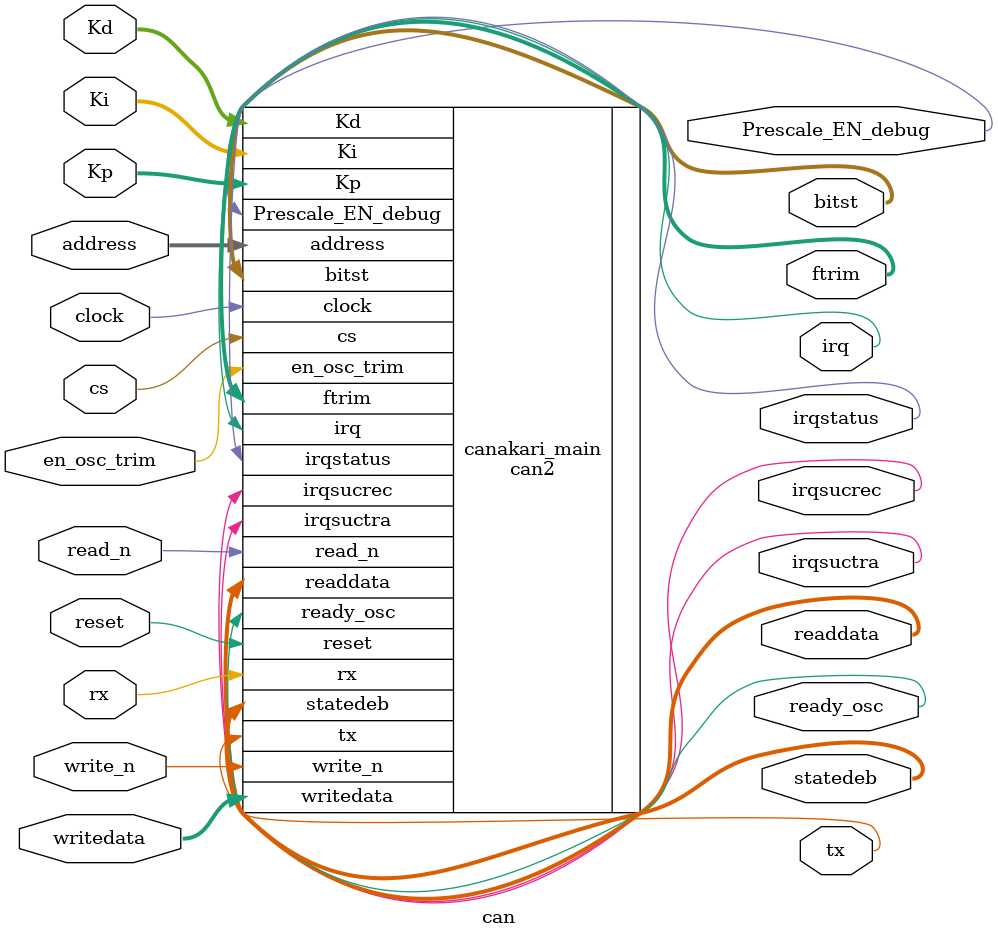
<source format=v>

`resetall
`timescale 1ns/10ps
module can( 
   // Port Declarations
   input   wire            clock, 
   input   wire            reset, 
   input   wire    [4:0]   address, 
   input   wire    [15:0]  writedata, 
   input   wire            cs, 
   input   wire            read_n, 
   input   wire            write_n, 
   input   wire            rx, 
   input   wire            en_osc_trim, 
   input   wire    [7:0]   Kd, 
   input   wire    [7:0]   Kp, 
   input   wire    [7:0]   Ki, 
   output  wire    [15:0]  readdata, 
   output  wire            irq, 
   output  wire            irqstatus, 
   output  wire            irqsuctra, 
   output  wire            irqsucrec, 
   output  wire            tx, 
   output  wire    [7:0]   statedeb, 
   output  wire            Prescale_EN_debug, 
   output  wire    [6:0]   bitst, 
   output  wire    [5:0]   ftrim, 
   output  wire            ready_osc
);


// Internal Declarations


// Local declarations

// Internal signal declarations


// Instances 
// -----------------------------------------------------------------------------
// 
can2 canakari_main( 
   .clock             (clock), 
   .reset             (reset), 
   .address           (address), 
   .readdata          (readdata), 
   .writedata         (writedata), 
   .cs                (cs), 
   .read_n            (read_n), 
   .write_n           (write_n), 
   .irq               (irq), 
   .irqstatus         (irqstatus), 
   .irqsuctra         (irqsuctra), 
   .irqsucrec         (irqsucrec), 
   .rx                (rx), 
   .tx                (tx), 
   .statedeb          (statedeb), 
   .Prescale_EN_debug (Prescale_EN_debug), 
   .bitst             (bitst), 
   .en_osc_trim       (en_osc_trim), 
   .Kd                (Kd), 
   .Kp                (Kp), 
   .Ki                (Ki), 
   .ftrim             (ftrim), 
   .ready_osc         (ready_osc)
); 


endmodule // can


</source>
